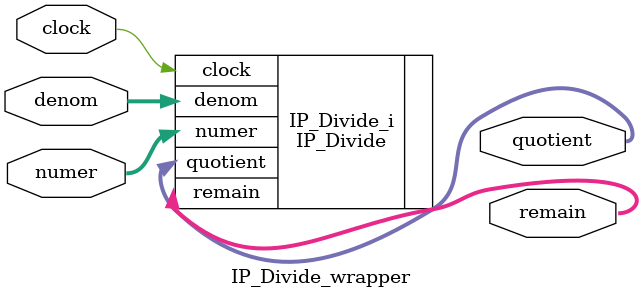
<source format=v>
`timescale 1 ps / 1 ps

module IP_Divide_wrapper
   (clock,
    denom,
    numer,
    quotient,
    remain);
  input clock;
  input [31:0]denom;
  input [31:0]numer;
  output [31:0]quotient;
  output [31:0]remain;

  wire clock;
  wire [31:0]denom;
  wire [31:0]numer;
  wire [31:0]quotient;
  wire [31:0]remain;

  IP_Divide IP_Divide_i
       (.clock(clock),
        .denom(denom),
        .numer(numer),
        .quotient(quotient),
        .remain(remain));
endmodule

</source>
